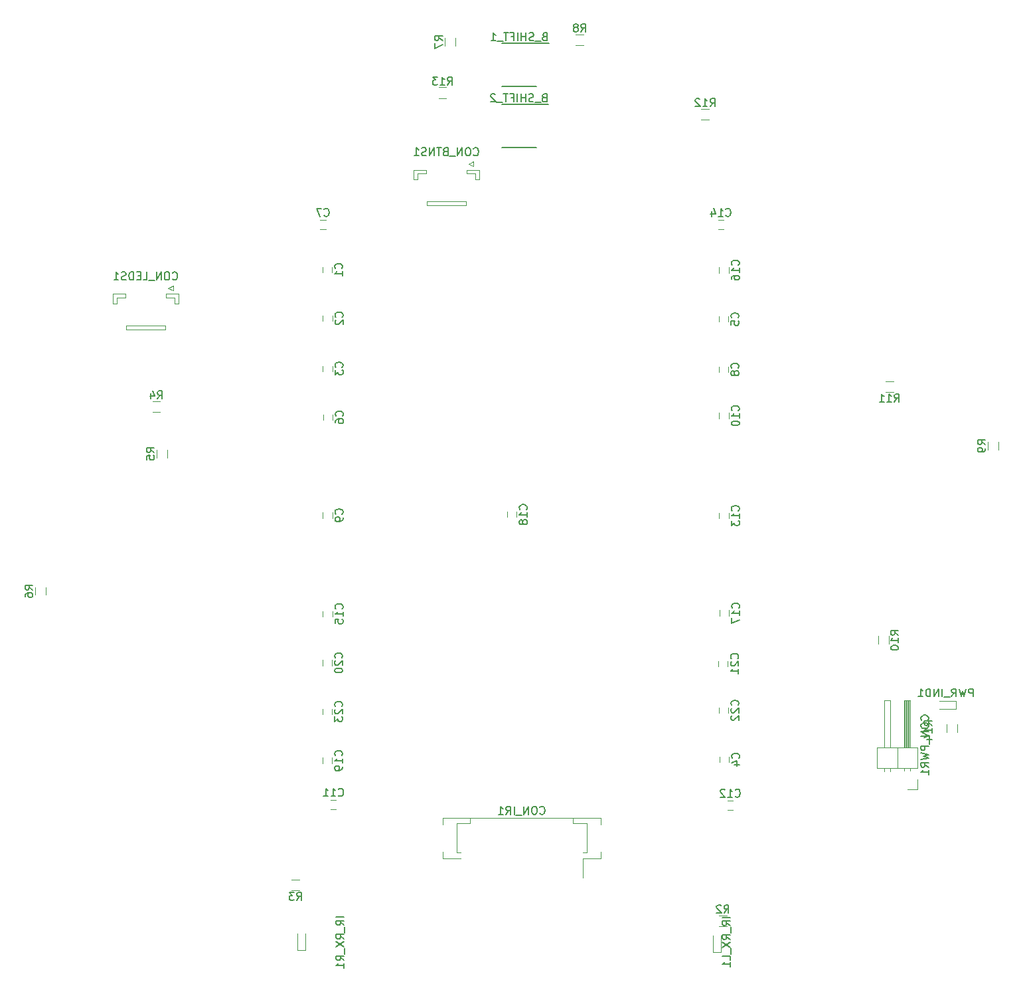
<source format=gbo>
G04 #@! TF.FileFunction,Legend,Bot*
%FSLAX46Y46*%
G04 Gerber Fmt 4.6, Leading zero omitted, Abs format (unit mm)*
G04 Created by KiCad (PCBNEW 4.0.6+dfsg1-1) date Tue Apr 17 11:31:54 2018*
%MOMM*%
%LPD*%
G01*
G04 APERTURE LIST*
%ADD10C,0.100000*%
%ADD11C,0.150000*%
%ADD12C,0.120000*%
G04 APERTURE END LIST*
D10*
D11*
X177500000Y-77700000D02*
X173100000Y-77700000D01*
X179075000Y-72175000D02*
X173100000Y-72175000D01*
X177450000Y-85475000D02*
X173050000Y-85475000D01*
X179025000Y-79950000D02*
X173050000Y-79950000D01*
D12*
X150200000Y-100700000D02*
X150200000Y-101400000D01*
X151400000Y-101400000D02*
X151400000Y-100700000D01*
X150250000Y-106900000D02*
X150250000Y-107600000D01*
X151450000Y-107600000D02*
X151450000Y-106900000D01*
X150250000Y-113300000D02*
X150250000Y-114000000D01*
X151450000Y-114000000D02*
X151450000Y-113300000D01*
X200850000Y-163100000D02*
X200850000Y-163800000D01*
X202050000Y-163800000D02*
X202050000Y-163100000D01*
X200750000Y-107000000D02*
X200750000Y-107700000D01*
X201950000Y-107700000D02*
X201950000Y-107000000D01*
X150300000Y-119500000D02*
X150300000Y-120200000D01*
X151500000Y-120200000D02*
X151500000Y-119500000D01*
X149900000Y-95900000D02*
X150600000Y-95900000D01*
X150600000Y-94700000D02*
X149900000Y-94700000D01*
X200750000Y-113400000D02*
X200750000Y-114100000D01*
X201950000Y-114100000D02*
X201950000Y-113400000D01*
X150250000Y-132000000D02*
X150250000Y-132700000D01*
X151450000Y-132700000D02*
X151450000Y-132000000D01*
X200800000Y-119300000D02*
X200800000Y-120000000D01*
X202000000Y-120000000D02*
X202000000Y-119300000D01*
X151250000Y-169800000D02*
X151950000Y-169800000D01*
X151950000Y-168600000D02*
X151250000Y-168600000D01*
X201850000Y-169900000D02*
X202550000Y-169900000D01*
X202550000Y-168700000D02*
X201850000Y-168700000D01*
X200800000Y-132050000D02*
X200800000Y-132750000D01*
X202000000Y-132750000D02*
X202000000Y-132050000D01*
X200650000Y-95900000D02*
X201350000Y-95900000D01*
X201350000Y-94700000D02*
X200650000Y-94700000D01*
X150250000Y-144550000D02*
X150250000Y-145250000D01*
X151450000Y-145250000D02*
X151450000Y-144550000D01*
X200800000Y-100750000D02*
X200800000Y-101450000D01*
X202000000Y-101450000D02*
X202000000Y-100750000D01*
X200850000Y-144450000D02*
X200850000Y-145150000D01*
X202050000Y-145150000D02*
X202050000Y-144450000D01*
X173750000Y-131900000D02*
X173750000Y-132600000D01*
X174950000Y-132600000D02*
X174950000Y-131900000D01*
X150200000Y-163250000D02*
X150200000Y-163950000D01*
X151400000Y-163950000D02*
X151400000Y-163250000D01*
X150200000Y-150800000D02*
X150200000Y-151500000D01*
X151400000Y-151500000D02*
X151400000Y-150800000D01*
X200700000Y-150900000D02*
X200700000Y-151600000D01*
X201900000Y-151600000D02*
X201900000Y-150900000D01*
X200750000Y-156850000D02*
X200750000Y-157550000D01*
X201950000Y-157550000D02*
X201950000Y-156850000D01*
X150200000Y-157000000D02*
X150200000Y-157700000D01*
X151400000Y-157700000D02*
X151400000Y-157000000D01*
X168500000Y-92875000D02*
X163500000Y-92875000D01*
X163500000Y-92875000D02*
X163500000Y-92375000D01*
X163500000Y-92375000D02*
X168500000Y-92375000D01*
X168500000Y-92375000D02*
X168500000Y-92875000D01*
X170200000Y-89525000D02*
X170200000Y-88325000D01*
X170200000Y-88325000D02*
X168550000Y-88325000D01*
X168550000Y-88325000D02*
X168550000Y-88825000D01*
X168550000Y-88825000D02*
X169700000Y-88825000D01*
X169700000Y-88825000D02*
X169700000Y-89525000D01*
X169700000Y-89525000D02*
X170200000Y-89525000D01*
X161800000Y-89525000D02*
X161800000Y-88325000D01*
X161800000Y-88325000D02*
X163450000Y-88325000D01*
X163450000Y-88325000D02*
X163450000Y-88825000D01*
X163450000Y-88825000D02*
X162300000Y-88825000D01*
X162300000Y-88825000D02*
X162300000Y-89525000D01*
X162300000Y-89525000D02*
X161800000Y-89525000D01*
X168875000Y-87575000D02*
X169475000Y-87275000D01*
X169475000Y-87275000D02*
X169475000Y-87875000D01*
X169475000Y-87875000D02*
X168875000Y-87575000D01*
X130150000Y-108700000D02*
X125150000Y-108700000D01*
X125150000Y-108700000D02*
X125150000Y-108200000D01*
X125150000Y-108200000D02*
X130150000Y-108200000D01*
X130150000Y-108200000D02*
X130150000Y-108700000D01*
X131850000Y-105350000D02*
X131850000Y-104150000D01*
X131850000Y-104150000D02*
X130200000Y-104150000D01*
X130200000Y-104150000D02*
X130200000Y-104650000D01*
X130200000Y-104650000D02*
X131350000Y-104650000D01*
X131350000Y-104650000D02*
X131350000Y-105350000D01*
X131350000Y-105350000D02*
X131850000Y-105350000D01*
X123450000Y-105350000D02*
X123450000Y-104150000D01*
X123450000Y-104150000D02*
X125100000Y-104150000D01*
X125100000Y-104150000D02*
X125100000Y-104650000D01*
X125100000Y-104650000D02*
X123950000Y-104650000D01*
X123950000Y-104650000D02*
X123950000Y-105350000D01*
X123950000Y-105350000D02*
X123450000Y-105350000D01*
X130525000Y-103400000D02*
X131125000Y-103100000D01*
X131125000Y-103100000D02*
X131125000Y-103700000D01*
X131125000Y-103700000D02*
X130525000Y-103400000D01*
X226120000Y-164560000D02*
X220920000Y-164560000D01*
X220920000Y-164560000D02*
X220920000Y-161900000D01*
X220920000Y-161900000D02*
X226120000Y-161900000D01*
X226120000Y-161900000D02*
X226120000Y-164560000D01*
X225170000Y-161900000D02*
X225170000Y-155900000D01*
X225170000Y-155900000D02*
X224410000Y-155900000D01*
X224410000Y-155900000D02*
X224410000Y-161900000D01*
X225110000Y-161900000D02*
X225110000Y-155900000D01*
X224990000Y-161900000D02*
X224990000Y-155900000D01*
X224870000Y-161900000D02*
X224870000Y-155900000D01*
X224750000Y-161900000D02*
X224750000Y-155900000D01*
X224630000Y-161900000D02*
X224630000Y-155900000D01*
X224510000Y-161900000D02*
X224510000Y-155900000D01*
X225170000Y-164890000D02*
X225170000Y-164560000D01*
X224410000Y-164890000D02*
X224410000Y-164560000D01*
X223520000Y-164560000D02*
X223520000Y-161900000D01*
X222630000Y-161900000D02*
X222630000Y-155900000D01*
X222630000Y-155900000D02*
X221870000Y-155900000D01*
X221870000Y-155900000D02*
X221870000Y-161900000D01*
X222630000Y-164957071D02*
X222630000Y-164560000D01*
X221870000Y-164957071D02*
X221870000Y-164560000D01*
X224790000Y-167270000D02*
X226060000Y-167270000D01*
X226060000Y-167270000D02*
X226060000Y-166000000D01*
X231000000Y-156000000D02*
X231000000Y-157000000D01*
X231000000Y-157000000D02*
X228900000Y-157000000D01*
X231000000Y-156000000D02*
X228900000Y-156000000D01*
X200750000Y-184680000D02*
X201750000Y-184680000D01*
X201750000Y-183320000D02*
X200750000Y-183320000D01*
X147250000Y-178820000D02*
X146250000Y-178820000D01*
X146250000Y-180180000D02*
X147250000Y-180180000D01*
X128500000Y-119180000D02*
X129500000Y-119180000D01*
X129500000Y-117820000D02*
X128500000Y-117820000D01*
X130430000Y-125000000D02*
X130430000Y-124000000D01*
X129070000Y-124000000D02*
X129070000Y-125000000D01*
X114930000Y-142500000D02*
X114930000Y-141500000D01*
X113570000Y-141500000D02*
X113570000Y-142500000D01*
X167180000Y-72500000D02*
X167180000Y-71500000D01*
X165820000Y-71500000D02*
X165820000Y-72500000D01*
X182500000Y-72430000D02*
X183500000Y-72430000D01*
X183500000Y-71070000D02*
X182500000Y-71070000D01*
X236430000Y-124000000D02*
X236430000Y-123000000D01*
X235070000Y-123000000D02*
X235070000Y-124000000D01*
X221070000Y-147750000D02*
X221070000Y-148750000D01*
X222430000Y-148750000D02*
X222430000Y-147750000D01*
X223000000Y-115320000D02*
X222000000Y-115320000D01*
X222000000Y-116680000D02*
X223000000Y-116680000D01*
X198500000Y-81930000D02*
X199500000Y-81930000D01*
X199500000Y-80570000D02*
X198500000Y-80570000D01*
X165000000Y-79180000D02*
X166000000Y-79180000D01*
X166000000Y-77820000D02*
X165000000Y-77820000D01*
X229820000Y-159000000D02*
X229820000Y-160000000D01*
X231180000Y-160000000D02*
X231180000Y-159000000D01*
X201000000Y-188000000D02*
X200000000Y-188000000D01*
X200000000Y-188000000D02*
X200000000Y-185900000D01*
X201000000Y-188000000D02*
X201000000Y-185900000D01*
X148000000Y-187750000D02*
X147000000Y-187750000D01*
X147000000Y-187750000D02*
X147000000Y-185650000D01*
X148000000Y-187750000D02*
X148000000Y-185650000D01*
X185675000Y-171725000D02*
X185675000Y-170900000D01*
X185675000Y-170900000D02*
X165525000Y-170900000D01*
X165525000Y-170900000D02*
X165525000Y-171725000D01*
X185675000Y-175275000D02*
X185675000Y-176100000D01*
X185675000Y-176100000D02*
X183375000Y-176100000D01*
X165525000Y-175275000D02*
X165525000Y-176100000D01*
X165525000Y-176100000D02*
X167825000Y-176100000D01*
X182175000Y-170900000D02*
X182175000Y-171600000D01*
X182175000Y-171600000D02*
X183875000Y-171600000D01*
X183875000Y-171600000D02*
X183875000Y-175300000D01*
X183875000Y-175300000D02*
X183375000Y-175300000D01*
X169025000Y-170900000D02*
X169025000Y-171600000D01*
X169025000Y-171600000D02*
X167325000Y-171600000D01*
X167325000Y-171600000D02*
X167325000Y-175300000D01*
X167325000Y-175300000D02*
X167825000Y-175300000D01*
X183375000Y-176100000D02*
X183375000Y-178500000D01*
D11*
X178514285Y-71353571D02*
X178371428Y-71401190D01*
X178323809Y-71448810D01*
X178276190Y-71544048D01*
X178276190Y-71686905D01*
X178323809Y-71782143D01*
X178371428Y-71829762D01*
X178466666Y-71877381D01*
X178847619Y-71877381D01*
X178847619Y-70877381D01*
X178514285Y-70877381D01*
X178419047Y-70925000D01*
X178371428Y-70972619D01*
X178323809Y-71067857D01*
X178323809Y-71163095D01*
X178371428Y-71258333D01*
X178419047Y-71305952D01*
X178514285Y-71353571D01*
X178847619Y-71353571D01*
X178085714Y-71972619D02*
X177323809Y-71972619D01*
X177133333Y-71829762D02*
X176990476Y-71877381D01*
X176752380Y-71877381D01*
X176657142Y-71829762D01*
X176609523Y-71782143D01*
X176561904Y-71686905D01*
X176561904Y-71591667D01*
X176609523Y-71496429D01*
X176657142Y-71448810D01*
X176752380Y-71401190D01*
X176942857Y-71353571D01*
X177038095Y-71305952D01*
X177085714Y-71258333D01*
X177133333Y-71163095D01*
X177133333Y-71067857D01*
X177085714Y-70972619D01*
X177038095Y-70925000D01*
X176942857Y-70877381D01*
X176704761Y-70877381D01*
X176561904Y-70925000D01*
X176133333Y-71877381D02*
X176133333Y-70877381D01*
X176133333Y-71353571D02*
X175561904Y-71353571D01*
X175561904Y-71877381D02*
X175561904Y-70877381D01*
X175085714Y-71877381D02*
X175085714Y-70877381D01*
X174276190Y-71353571D02*
X174609524Y-71353571D01*
X174609524Y-71877381D02*
X174609524Y-70877381D01*
X174133333Y-70877381D01*
X173895238Y-70877381D02*
X173323809Y-70877381D01*
X173609524Y-71877381D02*
X173609524Y-70877381D01*
X173228571Y-71972619D02*
X172466666Y-71972619D01*
X171704761Y-71877381D02*
X172276190Y-71877381D01*
X171990476Y-71877381D02*
X171990476Y-70877381D01*
X172085714Y-71020238D01*
X172180952Y-71115476D01*
X172276190Y-71163095D01*
X178464285Y-79128571D02*
X178321428Y-79176190D01*
X178273809Y-79223810D01*
X178226190Y-79319048D01*
X178226190Y-79461905D01*
X178273809Y-79557143D01*
X178321428Y-79604762D01*
X178416666Y-79652381D01*
X178797619Y-79652381D01*
X178797619Y-78652381D01*
X178464285Y-78652381D01*
X178369047Y-78700000D01*
X178321428Y-78747619D01*
X178273809Y-78842857D01*
X178273809Y-78938095D01*
X178321428Y-79033333D01*
X178369047Y-79080952D01*
X178464285Y-79128571D01*
X178797619Y-79128571D01*
X178035714Y-79747619D02*
X177273809Y-79747619D01*
X177083333Y-79604762D02*
X176940476Y-79652381D01*
X176702380Y-79652381D01*
X176607142Y-79604762D01*
X176559523Y-79557143D01*
X176511904Y-79461905D01*
X176511904Y-79366667D01*
X176559523Y-79271429D01*
X176607142Y-79223810D01*
X176702380Y-79176190D01*
X176892857Y-79128571D01*
X176988095Y-79080952D01*
X177035714Y-79033333D01*
X177083333Y-78938095D01*
X177083333Y-78842857D01*
X177035714Y-78747619D01*
X176988095Y-78700000D01*
X176892857Y-78652381D01*
X176654761Y-78652381D01*
X176511904Y-78700000D01*
X176083333Y-79652381D02*
X176083333Y-78652381D01*
X176083333Y-79128571D02*
X175511904Y-79128571D01*
X175511904Y-79652381D02*
X175511904Y-78652381D01*
X175035714Y-79652381D02*
X175035714Y-78652381D01*
X174226190Y-79128571D02*
X174559524Y-79128571D01*
X174559524Y-79652381D02*
X174559524Y-78652381D01*
X174083333Y-78652381D01*
X173845238Y-78652381D02*
X173273809Y-78652381D01*
X173559524Y-79652381D02*
X173559524Y-78652381D01*
X173178571Y-79747619D02*
X172416666Y-79747619D01*
X172226190Y-78747619D02*
X172178571Y-78700000D01*
X172083333Y-78652381D01*
X171845237Y-78652381D01*
X171749999Y-78700000D01*
X171702380Y-78747619D01*
X171654761Y-78842857D01*
X171654761Y-78938095D01*
X171702380Y-79080952D01*
X172273809Y-79652381D01*
X171654761Y-79652381D01*
X152657143Y-100883334D02*
X152704762Y-100835715D01*
X152752381Y-100692858D01*
X152752381Y-100597620D01*
X152704762Y-100454762D01*
X152609524Y-100359524D01*
X152514286Y-100311905D01*
X152323810Y-100264286D01*
X152180952Y-100264286D01*
X151990476Y-100311905D01*
X151895238Y-100359524D01*
X151800000Y-100454762D01*
X151752381Y-100597620D01*
X151752381Y-100692858D01*
X151800000Y-100835715D01*
X151847619Y-100883334D01*
X152752381Y-101835715D02*
X152752381Y-101264286D01*
X152752381Y-101550000D02*
X151752381Y-101550000D01*
X151895238Y-101454762D01*
X151990476Y-101359524D01*
X152038095Y-101264286D01*
X152707143Y-107083334D02*
X152754762Y-107035715D01*
X152802381Y-106892858D01*
X152802381Y-106797620D01*
X152754762Y-106654762D01*
X152659524Y-106559524D01*
X152564286Y-106511905D01*
X152373810Y-106464286D01*
X152230952Y-106464286D01*
X152040476Y-106511905D01*
X151945238Y-106559524D01*
X151850000Y-106654762D01*
X151802381Y-106797620D01*
X151802381Y-106892858D01*
X151850000Y-107035715D01*
X151897619Y-107083334D01*
X151897619Y-107464286D02*
X151850000Y-107511905D01*
X151802381Y-107607143D01*
X151802381Y-107845239D01*
X151850000Y-107940477D01*
X151897619Y-107988096D01*
X151992857Y-108035715D01*
X152088095Y-108035715D01*
X152230952Y-107988096D01*
X152802381Y-107416667D01*
X152802381Y-108035715D01*
X152707143Y-113483334D02*
X152754762Y-113435715D01*
X152802381Y-113292858D01*
X152802381Y-113197620D01*
X152754762Y-113054762D01*
X152659524Y-112959524D01*
X152564286Y-112911905D01*
X152373810Y-112864286D01*
X152230952Y-112864286D01*
X152040476Y-112911905D01*
X151945238Y-112959524D01*
X151850000Y-113054762D01*
X151802381Y-113197620D01*
X151802381Y-113292858D01*
X151850000Y-113435715D01*
X151897619Y-113483334D01*
X151802381Y-113816667D02*
X151802381Y-114435715D01*
X152183333Y-114102381D01*
X152183333Y-114245239D01*
X152230952Y-114340477D01*
X152278571Y-114388096D01*
X152373810Y-114435715D01*
X152611905Y-114435715D01*
X152707143Y-114388096D01*
X152754762Y-114340477D01*
X152802381Y-114245239D01*
X152802381Y-113959524D01*
X152754762Y-113864286D01*
X152707143Y-113816667D01*
X203307143Y-163283334D02*
X203354762Y-163235715D01*
X203402381Y-163092858D01*
X203402381Y-162997620D01*
X203354762Y-162854762D01*
X203259524Y-162759524D01*
X203164286Y-162711905D01*
X202973810Y-162664286D01*
X202830952Y-162664286D01*
X202640476Y-162711905D01*
X202545238Y-162759524D01*
X202450000Y-162854762D01*
X202402381Y-162997620D01*
X202402381Y-163092858D01*
X202450000Y-163235715D01*
X202497619Y-163283334D01*
X202735714Y-164140477D02*
X203402381Y-164140477D01*
X202354762Y-163902381D02*
X203069048Y-163664286D01*
X203069048Y-164283334D01*
X203207143Y-107183334D02*
X203254762Y-107135715D01*
X203302381Y-106992858D01*
X203302381Y-106897620D01*
X203254762Y-106754762D01*
X203159524Y-106659524D01*
X203064286Y-106611905D01*
X202873810Y-106564286D01*
X202730952Y-106564286D01*
X202540476Y-106611905D01*
X202445238Y-106659524D01*
X202350000Y-106754762D01*
X202302381Y-106897620D01*
X202302381Y-106992858D01*
X202350000Y-107135715D01*
X202397619Y-107183334D01*
X202302381Y-108088096D02*
X202302381Y-107611905D01*
X202778571Y-107564286D01*
X202730952Y-107611905D01*
X202683333Y-107707143D01*
X202683333Y-107945239D01*
X202730952Y-108040477D01*
X202778571Y-108088096D01*
X202873810Y-108135715D01*
X203111905Y-108135715D01*
X203207143Y-108088096D01*
X203254762Y-108040477D01*
X203302381Y-107945239D01*
X203302381Y-107707143D01*
X203254762Y-107611905D01*
X203207143Y-107564286D01*
X152757143Y-119683334D02*
X152804762Y-119635715D01*
X152852381Y-119492858D01*
X152852381Y-119397620D01*
X152804762Y-119254762D01*
X152709524Y-119159524D01*
X152614286Y-119111905D01*
X152423810Y-119064286D01*
X152280952Y-119064286D01*
X152090476Y-119111905D01*
X151995238Y-119159524D01*
X151900000Y-119254762D01*
X151852381Y-119397620D01*
X151852381Y-119492858D01*
X151900000Y-119635715D01*
X151947619Y-119683334D01*
X151852381Y-120540477D02*
X151852381Y-120350000D01*
X151900000Y-120254762D01*
X151947619Y-120207143D01*
X152090476Y-120111905D01*
X152280952Y-120064286D01*
X152661905Y-120064286D01*
X152757143Y-120111905D01*
X152804762Y-120159524D01*
X152852381Y-120254762D01*
X152852381Y-120445239D01*
X152804762Y-120540477D01*
X152757143Y-120588096D01*
X152661905Y-120635715D01*
X152423810Y-120635715D01*
X152328571Y-120588096D01*
X152280952Y-120540477D01*
X152233333Y-120445239D01*
X152233333Y-120254762D01*
X152280952Y-120159524D01*
X152328571Y-120111905D01*
X152423810Y-120064286D01*
X150416666Y-94157143D02*
X150464285Y-94204762D01*
X150607142Y-94252381D01*
X150702380Y-94252381D01*
X150845238Y-94204762D01*
X150940476Y-94109524D01*
X150988095Y-94014286D01*
X151035714Y-93823810D01*
X151035714Y-93680952D01*
X150988095Y-93490476D01*
X150940476Y-93395238D01*
X150845238Y-93300000D01*
X150702380Y-93252381D01*
X150607142Y-93252381D01*
X150464285Y-93300000D01*
X150416666Y-93347619D01*
X150083333Y-93252381D02*
X149416666Y-93252381D01*
X149845238Y-94252381D01*
X203207143Y-113583334D02*
X203254762Y-113535715D01*
X203302381Y-113392858D01*
X203302381Y-113297620D01*
X203254762Y-113154762D01*
X203159524Y-113059524D01*
X203064286Y-113011905D01*
X202873810Y-112964286D01*
X202730952Y-112964286D01*
X202540476Y-113011905D01*
X202445238Y-113059524D01*
X202350000Y-113154762D01*
X202302381Y-113297620D01*
X202302381Y-113392858D01*
X202350000Y-113535715D01*
X202397619Y-113583334D01*
X202730952Y-114154762D02*
X202683333Y-114059524D01*
X202635714Y-114011905D01*
X202540476Y-113964286D01*
X202492857Y-113964286D01*
X202397619Y-114011905D01*
X202350000Y-114059524D01*
X202302381Y-114154762D01*
X202302381Y-114345239D01*
X202350000Y-114440477D01*
X202397619Y-114488096D01*
X202492857Y-114535715D01*
X202540476Y-114535715D01*
X202635714Y-114488096D01*
X202683333Y-114440477D01*
X202730952Y-114345239D01*
X202730952Y-114154762D01*
X202778571Y-114059524D01*
X202826190Y-114011905D01*
X202921429Y-113964286D01*
X203111905Y-113964286D01*
X203207143Y-114011905D01*
X203254762Y-114059524D01*
X203302381Y-114154762D01*
X203302381Y-114345239D01*
X203254762Y-114440477D01*
X203207143Y-114488096D01*
X203111905Y-114535715D01*
X202921429Y-114535715D01*
X202826190Y-114488096D01*
X202778571Y-114440477D01*
X202730952Y-114345239D01*
X152707143Y-132183334D02*
X152754762Y-132135715D01*
X152802381Y-131992858D01*
X152802381Y-131897620D01*
X152754762Y-131754762D01*
X152659524Y-131659524D01*
X152564286Y-131611905D01*
X152373810Y-131564286D01*
X152230952Y-131564286D01*
X152040476Y-131611905D01*
X151945238Y-131659524D01*
X151850000Y-131754762D01*
X151802381Y-131897620D01*
X151802381Y-131992858D01*
X151850000Y-132135715D01*
X151897619Y-132183334D01*
X152802381Y-132659524D02*
X152802381Y-132850000D01*
X152754762Y-132945239D01*
X152707143Y-132992858D01*
X152564286Y-133088096D01*
X152373810Y-133135715D01*
X151992857Y-133135715D01*
X151897619Y-133088096D01*
X151850000Y-133040477D01*
X151802381Y-132945239D01*
X151802381Y-132754762D01*
X151850000Y-132659524D01*
X151897619Y-132611905D01*
X151992857Y-132564286D01*
X152230952Y-132564286D01*
X152326190Y-132611905D01*
X152373810Y-132659524D01*
X152421429Y-132754762D01*
X152421429Y-132945239D01*
X152373810Y-133040477D01*
X152326190Y-133088096D01*
X152230952Y-133135715D01*
X203257143Y-119007143D02*
X203304762Y-118959524D01*
X203352381Y-118816667D01*
X203352381Y-118721429D01*
X203304762Y-118578571D01*
X203209524Y-118483333D01*
X203114286Y-118435714D01*
X202923810Y-118388095D01*
X202780952Y-118388095D01*
X202590476Y-118435714D01*
X202495238Y-118483333D01*
X202400000Y-118578571D01*
X202352381Y-118721429D01*
X202352381Y-118816667D01*
X202400000Y-118959524D01*
X202447619Y-119007143D01*
X203352381Y-119959524D02*
X203352381Y-119388095D01*
X203352381Y-119673809D02*
X202352381Y-119673809D01*
X202495238Y-119578571D01*
X202590476Y-119483333D01*
X202638095Y-119388095D01*
X202352381Y-120578571D02*
X202352381Y-120673810D01*
X202400000Y-120769048D01*
X202447619Y-120816667D01*
X202542857Y-120864286D01*
X202733333Y-120911905D01*
X202971429Y-120911905D01*
X203161905Y-120864286D01*
X203257143Y-120816667D01*
X203304762Y-120769048D01*
X203352381Y-120673810D01*
X203352381Y-120578571D01*
X203304762Y-120483333D01*
X203257143Y-120435714D01*
X203161905Y-120388095D01*
X202971429Y-120340476D01*
X202733333Y-120340476D01*
X202542857Y-120388095D01*
X202447619Y-120435714D01*
X202400000Y-120483333D01*
X202352381Y-120578571D01*
X152242857Y-168057143D02*
X152290476Y-168104762D01*
X152433333Y-168152381D01*
X152528571Y-168152381D01*
X152671429Y-168104762D01*
X152766667Y-168009524D01*
X152814286Y-167914286D01*
X152861905Y-167723810D01*
X152861905Y-167580952D01*
X152814286Y-167390476D01*
X152766667Y-167295238D01*
X152671429Y-167200000D01*
X152528571Y-167152381D01*
X152433333Y-167152381D01*
X152290476Y-167200000D01*
X152242857Y-167247619D01*
X151290476Y-168152381D02*
X151861905Y-168152381D01*
X151576191Y-168152381D02*
X151576191Y-167152381D01*
X151671429Y-167295238D01*
X151766667Y-167390476D01*
X151861905Y-167438095D01*
X150338095Y-168152381D02*
X150909524Y-168152381D01*
X150623810Y-168152381D02*
X150623810Y-167152381D01*
X150719048Y-167295238D01*
X150814286Y-167390476D01*
X150909524Y-167438095D01*
X202842857Y-168157143D02*
X202890476Y-168204762D01*
X203033333Y-168252381D01*
X203128571Y-168252381D01*
X203271429Y-168204762D01*
X203366667Y-168109524D01*
X203414286Y-168014286D01*
X203461905Y-167823810D01*
X203461905Y-167680952D01*
X203414286Y-167490476D01*
X203366667Y-167395238D01*
X203271429Y-167300000D01*
X203128571Y-167252381D01*
X203033333Y-167252381D01*
X202890476Y-167300000D01*
X202842857Y-167347619D01*
X201890476Y-168252381D02*
X202461905Y-168252381D01*
X202176191Y-168252381D02*
X202176191Y-167252381D01*
X202271429Y-167395238D01*
X202366667Y-167490476D01*
X202461905Y-167538095D01*
X201509524Y-167347619D02*
X201461905Y-167300000D01*
X201366667Y-167252381D01*
X201128571Y-167252381D01*
X201033333Y-167300000D01*
X200985714Y-167347619D01*
X200938095Y-167442857D01*
X200938095Y-167538095D01*
X200985714Y-167680952D01*
X201557143Y-168252381D01*
X200938095Y-168252381D01*
X203257143Y-131757143D02*
X203304762Y-131709524D01*
X203352381Y-131566667D01*
X203352381Y-131471429D01*
X203304762Y-131328571D01*
X203209524Y-131233333D01*
X203114286Y-131185714D01*
X202923810Y-131138095D01*
X202780952Y-131138095D01*
X202590476Y-131185714D01*
X202495238Y-131233333D01*
X202400000Y-131328571D01*
X202352381Y-131471429D01*
X202352381Y-131566667D01*
X202400000Y-131709524D01*
X202447619Y-131757143D01*
X203352381Y-132709524D02*
X203352381Y-132138095D01*
X203352381Y-132423809D02*
X202352381Y-132423809D01*
X202495238Y-132328571D01*
X202590476Y-132233333D01*
X202638095Y-132138095D01*
X202352381Y-133042857D02*
X202352381Y-133661905D01*
X202733333Y-133328571D01*
X202733333Y-133471429D01*
X202780952Y-133566667D01*
X202828571Y-133614286D01*
X202923810Y-133661905D01*
X203161905Y-133661905D01*
X203257143Y-133614286D01*
X203304762Y-133566667D01*
X203352381Y-133471429D01*
X203352381Y-133185714D01*
X203304762Y-133090476D01*
X203257143Y-133042857D01*
X201642857Y-94157143D02*
X201690476Y-94204762D01*
X201833333Y-94252381D01*
X201928571Y-94252381D01*
X202071429Y-94204762D01*
X202166667Y-94109524D01*
X202214286Y-94014286D01*
X202261905Y-93823810D01*
X202261905Y-93680952D01*
X202214286Y-93490476D01*
X202166667Y-93395238D01*
X202071429Y-93300000D01*
X201928571Y-93252381D01*
X201833333Y-93252381D01*
X201690476Y-93300000D01*
X201642857Y-93347619D01*
X200690476Y-94252381D02*
X201261905Y-94252381D01*
X200976191Y-94252381D02*
X200976191Y-93252381D01*
X201071429Y-93395238D01*
X201166667Y-93490476D01*
X201261905Y-93538095D01*
X199833333Y-93585714D02*
X199833333Y-94252381D01*
X200071429Y-93204762D02*
X200309524Y-93919048D01*
X199690476Y-93919048D01*
X152707143Y-144257143D02*
X152754762Y-144209524D01*
X152802381Y-144066667D01*
X152802381Y-143971429D01*
X152754762Y-143828571D01*
X152659524Y-143733333D01*
X152564286Y-143685714D01*
X152373810Y-143638095D01*
X152230952Y-143638095D01*
X152040476Y-143685714D01*
X151945238Y-143733333D01*
X151850000Y-143828571D01*
X151802381Y-143971429D01*
X151802381Y-144066667D01*
X151850000Y-144209524D01*
X151897619Y-144257143D01*
X152802381Y-145209524D02*
X152802381Y-144638095D01*
X152802381Y-144923809D02*
X151802381Y-144923809D01*
X151945238Y-144828571D01*
X152040476Y-144733333D01*
X152088095Y-144638095D01*
X151802381Y-146114286D02*
X151802381Y-145638095D01*
X152278571Y-145590476D01*
X152230952Y-145638095D01*
X152183333Y-145733333D01*
X152183333Y-145971429D01*
X152230952Y-146066667D01*
X152278571Y-146114286D01*
X152373810Y-146161905D01*
X152611905Y-146161905D01*
X152707143Y-146114286D01*
X152754762Y-146066667D01*
X152802381Y-145971429D01*
X152802381Y-145733333D01*
X152754762Y-145638095D01*
X152707143Y-145590476D01*
X203257143Y-100457143D02*
X203304762Y-100409524D01*
X203352381Y-100266667D01*
X203352381Y-100171429D01*
X203304762Y-100028571D01*
X203209524Y-99933333D01*
X203114286Y-99885714D01*
X202923810Y-99838095D01*
X202780952Y-99838095D01*
X202590476Y-99885714D01*
X202495238Y-99933333D01*
X202400000Y-100028571D01*
X202352381Y-100171429D01*
X202352381Y-100266667D01*
X202400000Y-100409524D01*
X202447619Y-100457143D01*
X203352381Y-101409524D02*
X203352381Y-100838095D01*
X203352381Y-101123809D02*
X202352381Y-101123809D01*
X202495238Y-101028571D01*
X202590476Y-100933333D01*
X202638095Y-100838095D01*
X202352381Y-102266667D02*
X202352381Y-102076190D01*
X202400000Y-101980952D01*
X202447619Y-101933333D01*
X202590476Y-101838095D01*
X202780952Y-101790476D01*
X203161905Y-101790476D01*
X203257143Y-101838095D01*
X203304762Y-101885714D01*
X203352381Y-101980952D01*
X203352381Y-102171429D01*
X203304762Y-102266667D01*
X203257143Y-102314286D01*
X203161905Y-102361905D01*
X202923810Y-102361905D01*
X202828571Y-102314286D01*
X202780952Y-102266667D01*
X202733333Y-102171429D01*
X202733333Y-101980952D01*
X202780952Y-101885714D01*
X202828571Y-101838095D01*
X202923810Y-101790476D01*
X203307143Y-144157143D02*
X203354762Y-144109524D01*
X203402381Y-143966667D01*
X203402381Y-143871429D01*
X203354762Y-143728571D01*
X203259524Y-143633333D01*
X203164286Y-143585714D01*
X202973810Y-143538095D01*
X202830952Y-143538095D01*
X202640476Y-143585714D01*
X202545238Y-143633333D01*
X202450000Y-143728571D01*
X202402381Y-143871429D01*
X202402381Y-143966667D01*
X202450000Y-144109524D01*
X202497619Y-144157143D01*
X203402381Y-145109524D02*
X203402381Y-144538095D01*
X203402381Y-144823809D02*
X202402381Y-144823809D01*
X202545238Y-144728571D01*
X202640476Y-144633333D01*
X202688095Y-144538095D01*
X202402381Y-145442857D02*
X202402381Y-146109524D01*
X203402381Y-145680952D01*
X176207143Y-131607143D02*
X176254762Y-131559524D01*
X176302381Y-131416667D01*
X176302381Y-131321429D01*
X176254762Y-131178571D01*
X176159524Y-131083333D01*
X176064286Y-131035714D01*
X175873810Y-130988095D01*
X175730952Y-130988095D01*
X175540476Y-131035714D01*
X175445238Y-131083333D01*
X175350000Y-131178571D01*
X175302381Y-131321429D01*
X175302381Y-131416667D01*
X175350000Y-131559524D01*
X175397619Y-131607143D01*
X176302381Y-132559524D02*
X176302381Y-131988095D01*
X176302381Y-132273809D02*
X175302381Y-132273809D01*
X175445238Y-132178571D01*
X175540476Y-132083333D01*
X175588095Y-131988095D01*
X175730952Y-133130952D02*
X175683333Y-133035714D01*
X175635714Y-132988095D01*
X175540476Y-132940476D01*
X175492857Y-132940476D01*
X175397619Y-132988095D01*
X175350000Y-133035714D01*
X175302381Y-133130952D01*
X175302381Y-133321429D01*
X175350000Y-133416667D01*
X175397619Y-133464286D01*
X175492857Y-133511905D01*
X175540476Y-133511905D01*
X175635714Y-133464286D01*
X175683333Y-133416667D01*
X175730952Y-133321429D01*
X175730952Y-133130952D01*
X175778571Y-133035714D01*
X175826190Y-132988095D01*
X175921429Y-132940476D01*
X176111905Y-132940476D01*
X176207143Y-132988095D01*
X176254762Y-133035714D01*
X176302381Y-133130952D01*
X176302381Y-133321429D01*
X176254762Y-133416667D01*
X176207143Y-133464286D01*
X176111905Y-133511905D01*
X175921429Y-133511905D01*
X175826190Y-133464286D01*
X175778571Y-133416667D01*
X175730952Y-133321429D01*
X152657143Y-162957143D02*
X152704762Y-162909524D01*
X152752381Y-162766667D01*
X152752381Y-162671429D01*
X152704762Y-162528571D01*
X152609524Y-162433333D01*
X152514286Y-162385714D01*
X152323810Y-162338095D01*
X152180952Y-162338095D01*
X151990476Y-162385714D01*
X151895238Y-162433333D01*
X151800000Y-162528571D01*
X151752381Y-162671429D01*
X151752381Y-162766667D01*
X151800000Y-162909524D01*
X151847619Y-162957143D01*
X152752381Y-163909524D02*
X152752381Y-163338095D01*
X152752381Y-163623809D02*
X151752381Y-163623809D01*
X151895238Y-163528571D01*
X151990476Y-163433333D01*
X152038095Y-163338095D01*
X152752381Y-164385714D02*
X152752381Y-164576190D01*
X152704762Y-164671429D01*
X152657143Y-164719048D01*
X152514286Y-164814286D01*
X152323810Y-164861905D01*
X151942857Y-164861905D01*
X151847619Y-164814286D01*
X151800000Y-164766667D01*
X151752381Y-164671429D01*
X151752381Y-164480952D01*
X151800000Y-164385714D01*
X151847619Y-164338095D01*
X151942857Y-164290476D01*
X152180952Y-164290476D01*
X152276190Y-164338095D01*
X152323810Y-164385714D01*
X152371429Y-164480952D01*
X152371429Y-164671429D01*
X152323810Y-164766667D01*
X152276190Y-164814286D01*
X152180952Y-164861905D01*
X152657143Y-150507143D02*
X152704762Y-150459524D01*
X152752381Y-150316667D01*
X152752381Y-150221429D01*
X152704762Y-150078571D01*
X152609524Y-149983333D01*
X152514286Y-149935714D01*
X152323810Y-149888095D01*
X152180952Y-149888095D01*
X151990476Y-149935714D01*
X151895238Y-149983333D01*
X151800000Y-150078571D01*
X151752381Y-150221429D01*
X151752381Y-150316667D01*
X151800000Y-150459524D01*
X151847619Y-150507143D01*
X151847619Y-150888095D02*
X151800000Y-150935714D01*
X151752381Y-151030952D01*
X151752381Y-151269048D01*
X151800000Y-151364286D01*
X151847619Y-151411905D01*
X151942857Y-151459524D01*
X152038095Y-151459524D01*
X152180952Y-151411905D01*
X152752381Y-150840476D01*
X152752381Y-151459524D01*
X151752381Y-152078571D02*
X151752381Y-152173810D01*
X151800000Y-152269048D01*
X151847619Y-152316667D01*
X151942857Y-152364286D01*
X152133333Y-152411905D01*
X152371429Y-152411905D01*
X152561905Y-152364286D01*
X152657143Y-152316667D01*
X152704762Y-152269048D01*
X152752381Y-152173810D01*
X152752381Y-152078571D01*
X152704762Y-151983333D01*
X152657143Y-151935714D01*
X152561905Y-151888095D01*
X152371429Y-151840476D01*
X152133333Y-151840476D01*
X151942857Y-151888095D01*
X151847619Y-151935714D01*
X151800000Y-151983333D01*
X151752381Y-152078571D01*
X203157143Y-150607143D02*
X203204762Y-150559524D01*
X203252381Y-150416667D01*
X203252381Y-150321429D01*
X203204762Y-150178571D01*
X203109524Y-150083333D01*
X203014286Y-150035714D01*
X202823810Y-149988095D01*
X202680952Y-149988095D01*
X202490476Y-150035714D01*
X202395238Y-150083333D01*
X202300000Y-150178571D01*
X202252381Y-150321429D01*
X202252381Y-150416667D01*
X202300000Y-150559524D01*
X202347619Y-150607143D01*
X202347619Y-150988095D02*
X202300000Y-151035714D01*
X202252381Y-151130952D01*
X202252381Y-151369048D01*
X202300000Y-151464286D01*
X202347619Y-151511905D01*
X202442857Y-151559524D01*
X202538095Y-151559524D01*
X202680952Y-151511905D01*
X203252381Y-150940476D01*
X203252381Y-151559524D01*
X203252381Y-152511905D02*
X203252381Y-151940476D01*
X203252381Y-152226190D02*
X202252381Y-152226190D01*
X202395238Y-152130952D01*
X202490476Y-152035714D01*
X202538095Y-151940476D01*
X203207143Y-156557143D02*
X203254762Y-156509524D01*
X203302381Y-156366667D01*
X203302381Y-156271429D01*
X203254762Y-156128571D01*
X203159524Y-156033333D01*
X203064286Y-155985714D01*
X202873810Y-155938095D01*
X202730952Y-155938095D01*
X202540476Y-155985714D01*
X202445238Y-156033333D01*
X202350000Y-156128571D01*
X202302381Y-156271429D01*
X202302381Y-156366667D01*
X202350000Y-156509524D01*
X202397619Y-156557143D01*
X202397619Y-156938095D02*
X202350000Y-156985714D01*
X202302381Y-157080952D01*
X202302381Y-157319048D01*
X202350000Y-157414286D01*
X202397619Y-157461905D01*
X202492857Y-157509524D01*
X202588095Y-157509524D01*
X202730952Y-157461905D01*
X203302381Y-156890476D01*
X203302381Y-157509524D01*
X202397619Y-157890476D02*
X202350000Y-157938095D01*
X202302381Y-158033333D01*
X202302381Y-158271429D01*
X202350000Y-158366667D01*
X202397619Y-158414286D01*
X202492857Y-158461905D01*
X202588095Y-158461905D01*
X202730952Y-158414286D01*
X203302381Y-157842857D01*
X203302381Y-158461905D01*
X152657143Y-156707143D02*
X152704762Y-156659524D01*
X152752381Y-156516667D01*
X152752381Y-156421429D01*
X152704762Y-156278571D01*
X152609524Y-156183333D01*
X152514286Y-156135714D01*
X152323810Y-156088095D01*
X152180952Y-156088095D01*
X151990476Y-156135714D01*
X151895238Y-156183333D01*
X151800000Y-156278571D01*
X151752381Y-156421429D01*
X151752381Y-156516667D01*
X151800000Y-156659524D01*
X151847619Y-156707143D01*
X151847619Y-157088095D02*
X151800000Y-157135714D01*
X151752381Y-157230952D01*
X151752381Y-157469048D01*
X151800000Y-157564286D01*
X151847619Y-157611905D01*
X151942857Y-157659524D01*
X152038095Y-157659524D01*
X152180952Y-157611905D01*
X152752381Y-157040476D01*
X152752381Y-157659524D01*
X151752381Y-157992857D02*
X151752381Y-158611905D01*
X152133333Y-158278571D01*
X152133333Y-158421429D01*
X152180952Y-158516667D01*
X152228571Y-158564286D01*
X152323810Y-158611905D01*
X152561905Y-158611905D01*
X152657143Y-158564286D01*
X152704762Y-158516667D01*
X152752381Y-158421429D01*
X152752381Y-158135714D01*
X152704762Y-158040476D01*
X152657143Y-157992857D01*
X169476190Y-86432143D02*
X169523809Y-86479762D01*
X169666666Y-86527381D01*
X169761904Y-86527381D01*
X169904762Y-86479762D01*
X170000000Y-86384524D01*
X170047619Y-86289286D01*
X170095238Y-86098810D01*
X170095238Y-85955952D01*
X170047619Y-85765476D01*
X170000000Y-85670238D01*
X169904762Y-85575000D01*
X169761904Y-85527381D01*
X169666666Y-85527381D01*
X169523809Y-85575000D01*
X169476190Y-85622619D01*
X168857143Y-85527381D02*
X168666666Y-85527381D01*
X168571428Y-85575000D01*
X168476190Y-85670238D01*
X168428571Y-85860714D01*
X168428571Y-86194048D01*
X168476190Y-86384524D01*
X168571428Y-86479762D01*
X168666666Y-86527381D01*
X168857143Y-86527381D01*
X168952381Y-86479762D01*
X169047619Y-86384524D01*
X169095238Y-86194048D01*
X169095238Y-85860714D01*
X169047619Y-85670238D01*
X168952381Y-85575000D01*
X168857143Y-85527381D01*
X168000000Y-86527381D02*
X168000000Y-85527381D01*
X167428571Y-86527381D01*
X167428571Y-85527381D01*
X167190476Y-86622619D02*
X166428571Y-86622619D01*
X165857142Y-86003571D02*
X165714285Y-86051190D01*
X165666666Y-86098810D01*
X165619047Y-86194048D01*
X165619047Y-86336905D01*
X165666666Y-86432143D01*
X165714285Y-86479762D01*
X165809523Y-86527381D01*
X166190476Y-86527381D01*
X166190476Y-85527381D01*
X165857142Y-85527381D01*
X165761904Y-85575000D01*
X165714285Y-85622619D01*
X165666666Y-85717857D01*
X165666666Y-85813095D01*
X165714285Y-85908333D01*
X165761904Y-85955952D01*
X165857142Y-86003571D01*
X166190476Y-86003571D01*
X165333333Y-85527381D02*
X164761904Y-85527381D01*
X165047619Y-86527381D02*
X165047619Y-85527381D01*
X164428571Y-86527381D02*
X164428571Y-85527381D01*
X163857142Y-86527381D01*
X163857142Y-85527381D01*
X163428571Y-86479762D02*
X163285714Y-86527381D01*
X163047618Y-86527381D01*
X162952380Y-86479762D01*
X162904761Y-86432143D01*
X162857142Y-86336905D01*
X162857142Y-86241667D01*
X162904761Y-86146429D01*
X162952380Y-86098810D01*
X163047618Y-86051190D01*
X163238095Y-86003571D01*
X163333333Y-85955952D01*
X163380952Y-85908333D01*
X163428571Y-85813095D01*
X163428571Y-85717857D01*
X163380952Y-85622619D01*
X163333333Y-85575000D01*
X163238095Y-85527381D01*
X162999999Y-85527381D01*
X162857142Y-85575000D01*
X161904761Y-86527381D02*
X162476190Y-86527381D01*
X162190476Y-86527381D02*
X162190476Y-85527381D01*
X162285714Y-85670238D01*
X162380952Y-85765476D01*
X162476190Y-85813095D01*
X131078571Y-102257143D02*
X131126190Y-102304762D01*
X131269047Y-102352381D01*
X131364285Y-102352381D01*
X131507143Y-102304762D01*
X131602381Y-102209524D01*
X131650000Y-102114286D01*
X131697619Y-101923810D01*
X131697619Y-101780952D01*
X131650000Y-101590476D01*
X131602381Y-101495238D01*
X131507143Y-101400000D01*
X131364285Y-101352381D01*
X131269047Y-101352381D01*
X131126190Y-101400000D01*
X131078571Y-101447619D01*
X130459524Y-101352381D02*
X130269047Y-101352381D01*
X130173809Y-101400000D01*
X130078571Y-101495238D01*
X130030952Y-101685714D01*
X130030952Y-102019048D01*
X130078571Y-102209524D01*
X130173809Y-102304762D01*
X130269047Y-102352381D01*
X130459524Y-102352381D01*
X130554762Y-102304762D01*
X130650000Y-102209524D01*
X130697619Y-102019048D01*
X130697619Y-101685714D01*
X130650000Y-101495238D01*
X130554762Y-101400000D01*
X130459524Y-101352381D01*
X129602381Y-102352381D02*
X129602381Y-101352381D01*
X129030952Y-102352381D01*
X129030952Y-101352381D01*
X128792857Y-102447619D02*
X128030952Y-102447619D01*
X127316666Y-102352381D02*
X127792857Y-102352381D01*
X127792857Y-101352381D01*
X126983333Y-101828571D02*
X126649999Y-101828571D01*
X126507142Y-102352381D02*
X126983333Y-102352381D01*
X126983333Y-101352381D01*
X126507142Y-101352381D01*
X126078571Y-102352381D02*
X126078571Y-101352381D01*
X125840476Y-101352381D01*
X125697618Y-101400000D01*
X125602380Y-101495238D01*
X125554761Y-101590476D01*
X125507142Y-101780952D01*
X125507142Y-101923810D01*
X125554761Y-102114286D01*
X125602380Y-102209524D01*
X125697618Y-102304762D01*
X125840476Y-102352381D01*
X126078571Y-102352381D01*
X125126190Y-102304762D02*
X124983333Y-102352381D01*
X124745237Y-102352381D01*
X124649999Y-102304762D01*
X124602380Y-102257143D01*
X124554761Y-102161905D01*
X124554761Y-102066667D01*
X124602380Y-101971429D01*
X124649999Y-101923810D01*
X124745237Y-101876190D01*
X124935714Y-101828571D01*
X125030952Y-101780952D01*
X125078571Y-101733333D01*
X125126190Y-101638095D01*
X125126190Y-101542857D01*
X125078571Y-101447619D01*
X125030952Y-101400000D01*
X124935714Y-101352381D01*
X124697618Y-101352381D01*
X124554761Y-101400000D01*
X123602380Y-102352381D02*
X124173809Y-102352381D01*
X123888095Y-102352381D02*
X123888095Y-101352381D01*
X123983333Y-101495238D01*
X124078571Y-101590476D01*
X124173809Y-101638095D01*
X227417143Y-158448334D02*
X227464762Y-158400715D01*
X227512381Y-158257858D01*
X227512381Y-158162620D01*
X227464762Y-158019762D01*
X227369524Y-157924524D01*
X227274286Y-157876905D01*
X227083810Y-157829286D01*
X226940952Y-157829286D01*
X226750476Y-157876905D01*
X226655238Y-157924524D01*
X226560000Y-158019762D01*
X226512381Y-158162620D01*
X226512381Y-158257858D01*
X226560000Y-158400715D01*
X226607619Y-158448334D01*
X226512381Y-159067381D02*
X226512381Y-159257858D01*
X226560000Y-159353096D01*
X226655238Y-159448334D01*
X226845714Y-159495953D01*
X227179048Y-159495953D01*
X227369524Y-159448334D01*
X227464762Y-159353096D01*
X227512381Y-159257858D01*
X227512381Y-159067381D01*
X227464762Y-158972143D01*
X227369524Y-158876905D01*
X227179048Y-158829286D01*
X226845714Y-158829286D01*
X226655238Y-158876905D01*
X226560000Y-158972143D01*
X226512381Y-159067381D01*
X227512381Y-159924524D02*
X226512381Y-159924524D01*
X227512381Y-160495953D01*
X226512381Y-160495953D01*
X227607619Y-160734048D02*
X227607619Y-161495953D01*
X227512381Y-161734048D02*
X226512381Y-161734048D01*
X226512381Y-162115001D01*
X226560000Y-162210239D01*
X226607619Y-162257858D01*
X226702857Y-162305477D01*
X226845714Y-162305477D01*
X226940952Y-162257858D01*
X226988571Y-162210239D01*
X227036190Y-162115001D01*
X227036190Y-161734048D01*
X226512381Y-162638810D02*
X227512381Y-162876905D01*
X226798095Y-163067382D01*
X227512381Y-163257858D01*
X226512381Y-163495953D01*
X227512381Y-164448334D02*
X227036190Y-164115000D01*
X227512381Y-163876905D02*
X226512381Y-163876905D01*
X226512381Y-164257858D01*
X226560000Y-164353096D01*
X226607619Y-164400715D01*
X226702857Y-164448334D01*
X226845714Y-164448334D01*
X226940952Y-164400715D01*
X226988571Y-164353096D01*
X227036190Y-164257858D01*
X227036190Y-163876905D01*
X227512381Y-165400715D02*
X227512381Y-164829286D01*
X227512381Y-165115000D02*
X226512381Y-165115000D01*
X226655238Y-165019762D01*
X226750476Y-164924524D01*
X226798095Y-164829286D01*
X233152381Y-155452381D02*
X233152381Y-154452381D01*
X232771428Y-154452381D01*
X232676190Y-154500000D01*
X232628571Y-154547619D01*
X232580952Y-154642857D01*
X232580952Y-154785714D01*
X232628571Y-154880952D01*
X232676190Y-154928571D01*
X232771428Y-154976190D01*
X233152381Y-154976190D01*
X232247619Y-154452381D02*
X232009524Y-155452381D01*
X231819047Y-154738095D01*
X231628571Y-155452381D01*
X231390476Y-154452381D01*
X230438095Y-155452381D02*
X230771429Y-154976190D01*
X231009524Y-155452381D02*
X231009524Y-154452381D01*
X230628571Y-154452381D01*
X230533333Y-154500000D01*
X230485714Y-154547619D01*
X230438095Y-154642857D01*
X230438095Y-154785714D01*
X230485714Y-154880952D01*
X230533333Y-154928571D01*
X230628571Y-154976190D01*
X231009524Y-154976190D01*
X230247619Y-155547619D02*
X229485714Y-155547619D01*
X229247619Y-155452381D02*
X229247619Y-154452381D01*
X228771429Y-155452381D02*
X228771429Y-154452381D01*
X228200000Y-155452381D01*
X228200000Y-154452381D01*
X227723810Y-155452381D02*
X227723810Y-154452381D01*
X227485715Y-154452381D01*
X227342857Y-154500000D01*
X227247619Y-154595238D01*
X227200000Y-154690476D01*
X227152381Y-154880952D01*
X227152381Y-155023810D01*
X227200000Y-155214286D01*
X227247619Y-155309524D01*
X227342857Y-155404762D01*
X227485715Y-155452381D01*
X227723810Y-155452381D01*
X226200000Y-155452381D02*
X226771429Y-155452381D01*
X226485715Y-155452381D02*
X226485715Y-154452381D01*
X226580953Y-154595238D01*
X226676191Y-154690476D01*
X226771429Y-154738095D01*
X201416666Y-183002381D02*
X201750000Y-182526190D01*
X201988095Y-183002381D02*
X201988095Y-182002381D01*
X201607142Y-182002381D01*
X201511904Y-182050000D01*
X201464285Y-182097619D01*
X201416666Y-182192857D01*
X201416666Y-182335714D01*
X201464285Y-182430952D01*
X201511904Y-182478571D01*
X201607142Y-182526190D01*
X201988095Y-182526190D01*
X201035714Y-182097619D02*
X200988095Y-182050000D01*
X200892857Y-182002381D01*
X200654761Y-182002381D01*
X200559523Y-182050000D01*
X200511904Y-182097619D01*
X200464285Y-182192857D01*
X200464285Y-182288095D01*
X200511904Y-182430952D01*
X201083333Y-183002381D01*
X200464285Y-183002381D01*
X146916666Y-181402381D02*
X147250000Y-180926190D01*
X147488095Y-181402381D02*
X147488095Y-180402381D01*
X147107142Y-180402381D01*
X147011904Y-180450000D01*
X146964285Y-180497619D01*
X146916666Y-180592857D01*
X146916666Y-180735714D01*
X146964285Y-180830952D01*
X147011904Y-180878571D01*
X147107142Y-180926190D01*
X147488095Y-180926190D01*
X146583333Y-180402381D02*
X145964285Y-180402381D01*
X146297619Y-180783333D01*
X146154761Y-180783333D01*
X146059523Y-180830952D01*
X146011904Y-180878571D01*
X145964285Y-180973810D01*
X145964285Y-181211905D01*
X146011904Y-181307143D01*
X146059523Y-181354762D01*
X146154761Y-181402381D01*
X146440476Y-181402381D01*
X146535714Y-181354762D01*
X146583333Y-181307143D01*
X129166666Y-117502381D02*
X129500000Y-117026190D01*
X129738095Y-117502381D02*
X129738095Y-116502381D01*
X129357142Y-116502381D01*
X129261904Y-116550000D01*
X129214285Y-116597619D01*
X129166666Y-116692857D01*
X129166666Y-116835714D01*
X129214285Y-116930952D01*
X129261904Y-116978571D01*
X129357142Y-117026190D01*
X129738095Y-117026190D01*
X128309523Y-116835714D02*
X128309523Y-117502381D01*
X128547619Y-116454762D02*
X128785714Y-117169048D01*
X128166666Y-117169048D01*
X128752381Y-124333334D02*
X128276190Y-124000000D01*
X128752381Y-123761905D02*
X127752381Y-123761905D01*
X127752381Y-124142858D01*
X127800000Y-124238096D01*
X127847619Y-124285715D01*
X127942857Y-124333334D01*
X128085714Y-124333334D01*
X128180952Y-124285715D01*
X128228571Y-124238096D01*
X128276190Y-124142858D01*
X128276190Y-123761905D01*
X127752381Y-125238096D02*
X127752381Y-124761905D01*
X128228571Y-124714286D01*
X128180952Y-124761905D01*
X128133333Y-124857143D01*
X128133333Y-125095239D01*
X128180952Y-125190477D01*
X128228571Y-125238096D01*
X128323810Y-125285715D01*
X128561905Y-125285715D01*
X128657143Y-125238096D01*
X128704762Y-125190477D01*
X128752381Y-125095239D01*
X128752381Y-124857143D01*
X128704762Y-124761905D01*
X128657143Y-124714286D01*
X113252381Y-141833334D02*
X112776190Y-141500000D01*
X113252381Y-141261905D02*
X112252381Y-141261905D01*
X112252381Y-141642858D01*
X112300000Y-141738096D01*
X112347619Y-141785715D01*
X112442857Y-141833334D01*
X112585714Y-141833334D01*
X112680952Y-141785715D01*
X112728571Y-141738096D01*
X112776190Y-141642858D01*
X112776190Y-141261905D01*
X112252381Y-142690477D02*
X112252381Y-142500000D01*
X112300000Y-142404762D01*
X112347619Y-142357143D01*
X112490476Y-142261905D01*
X112680952Y-142214286D01*
X113061905Y-142214286D01*
X113157143Y-142261905D01*
X113204762Y-142309524D01*
X113252381Y-142404762D01*
X113252381Y-142595239D01*
X113204762Y-142690477D01*
X113157143Y-142738096D01*
X113061905Y-142785715D01*
X112823810Y-142785715D01*
X112728571Y-142738096D01*
X112680952Y-142690477D01*
X112633333Y-142595239D01*
X112633333Y-142404762D01*
X112680952Y-142309524D01*
X112728571Y-142261905D01*
X112823810Y-142214286D01*
X165502381Y-71833334D02*
X165026190Y-71500000D01*
X165502381Y-71261905D02*
X164502381Y-71261905D01*
X164502381Y-71642858D01*
X164550000Y-71738096D01*
X164597619Y-71785715D01*
X164692857Y-71833334D01*
X164835714Y-71833334D01*
X164930952Y-71785715D01*
X164978571Y-71738096D01*
X165026190Y-71642858D01*
X165026190Y-71261905D01*
X164502381Y-72166667D02*
X164502381Y-72833334D01*
X165502381Y-72404762D01*
X183166666Y-70752381D02*
X183500000Y-70276190D01*
X183738095Y-70752381D02*
X183738095Y-69752381D01*
X183357142Y-69752381D01*
X183261904Y-69800000D01*
X183214285Y-69847619D01*
X183166666Y-69942857D01*
X183166666Y-70085714D01*
X183214285Y-70180952D01*
X183261904Y-70228571D01*
X183357142Y-70276190D01*
X183738095Y-70276190D01*
X182595238Y-70180952D02*
X182690476Y-70133333D01*
X182738095Y-70085714D01*
X182785714Y-69990476D01*
X182785714Y-69942857D01*
X182738095Y-69847619D01*
X182690476Y-69800000D01*
X182595238Y-69752381D01*
X182404761Y-69752381D01*
X182309523Y-69800000D01*
X182261904Y-69847619D01*
X182214285Y-69942857D01*
X182214285Y-69990476D01*
X182261904Y-70085714D01*
X182309523Y-70133333D01*
X182404761Y-70180952D01*
X182595238Y-70180952D01*
X182690476Y-70228571D01*
X182738095Y-70276190D01*
X182785714Y-70371429D01*
X182785714Y-70561905D01*
X182738095Y-70657143D01*
X182690476Y-70704762D01*
X182595238Y-70752381D01*
X182404761Y-70752381D01*
X182309523Y-70704762D01*
X182261904Y-70657143D01*
X182214285Y-70561905D01*
X182214285Y-70371429D01*
X182261904Y-70276190D01*
X182309523Y-70228571D01*
X182404761Y-70180952D01*
X234752381Y-123333334D02*
X234276190Y-123000000D01*
X234752381Y-122761905D02*
X233752381Y-122761905D01*
X233752381Y-123142858D01*
X233800000Y-123238096D01*
X233847619Y-123285715D01*
X233942857Y-123333334D01*
X234085714Y-123333334D01*
X234180952Y-123285715D01*
X234228571Y-123238096D01*
X234276190Y-123142858D01*
X234276190Y-122761905D01*
X234752381Y-123809524D02*
X234752381Y-124000000D01*
X234704762Y-124095239D01*
X234657143Y-124142858D01*
X234514286Y-124238096D01*
X234323810Y-124285715D01*
X233942857Y-124285715D01*
X233847619Y-124238096D01*
X233800000Y-124190477D01*
X233752381Y-124095239D01*
X233752381Y-123904762D01*
X233800000Y-123809524D01*
X233847619Y-123761905D01*
X233942857Y-123714286D01*
X234180952Y-123714286D01*
X234276190Y-123761905D01*
X234323810Y-123809524D01*
X234371429Y-123904762D01*
X234371429Y-124095239D01*
X234323810Y-124190477D01*
X234276190Y-124238096D01*
X234180952Y-124285715D01*
X223652381Y-147607143D02*
X223176190Y-147273809D01*
X223652381Y-147035714D02*
X222652381Y-147035714D01*
X222652381Y-147416667D01*
X222700000Y-147511905D01*
X222747619Y-147559524D01*
X222842857Y-147607143D01*
X222985714Y-147607143D01*
X223080952Y-147559524D01*
X223128571Y-147511905D01*
X223176190Y-147416667D01*
X223176190Y-147035714D01*
X223652381Y-148559524D02*
X223652381Y-147988095D01*
X223652381Y-148273809D02*
X222652381Y-148273809D01*
X222795238Y-148178571D01*
X222890476Y-148083333D01*
X222938095Y-147988095D01*
X222652381Y-149178571D02*
X222652381Y-149273810D01*
X222700000Y-149369048D01*
X222747619Y-149416667D01*
X222842857Y-149464286D01*
X223033333Y-149511905D01*
X223271429Y-149511905D01*
X223461905Y-149464286D01*
X223557143Y-149416667D01*
X223604762Y-149369048D01*
X223652381Y-149273810D01*
X223652381Y-149178571D01*
X223604762Y-149083333D01*
X223557143Y-149035714D01*
X223461905Y-148988095D01*
X223271429Y-148940476D01*
X223033333Y-148940476D01*
X222842857Y-148988095D01*
X222747619Y-149035714D01*
X222700000Y-149083333D01*
X222652381Y-149178571D01*
X223142857Y-117902381D02*
X223476191Y-117426190D01*
X223714286Y-117902381D02*
X223714286Y-116902381D01*
X223333333Y-116902381D01*
X223238095Y-116950000D01*
X223190476Y-116997619D01*
X223142857Y-117092857D01*
X223142857Y-117235714D01*
X223190476Y-117330952D01*
X223238095Y-117378571D01*
X223333333Y-117426190D01*
X223714286Y-117426190D01*
X222190476Y-117902381D02*
X222761905Y-117902381D01*
X222476191Y-117902381D02*
X222476191Y-116902381D01*
X222571429Y-117045238D01*
X222666667Y-117140476D01*
X222761905Y-117188095D01*
X221238095Y-117902381D02*
X221809524Y-117902381D01*
X221523810Y-117902381D02*
X221523810Y-116902381D01*
X221619048Y-117045238D01*
X221714286Y-117140476D01*
X221809524Y-117188095D01*
X199642857Y-80252381D02*
X199976191Y-79776190D01*
X200214286Y-80252381D02*
X200214286Y-79252381D01*
X199833333Y-79252381D01*
X199738095Y-79300000D01*
X199690476Y-79347619D01*
X199642857Y-79442857D01*
X199642857Y-79585714D01*
X199690476Y-79680952D01*
X199738095Y-79728571D01*
X199833333Y-79776190D01*
X200214286Y-79776190D01*
X198690476Y-80252381D02*
X199261905Y-80252381D01*
X198976191Y-80252381D02*
X198976191Y-79252381D01*
X199071429Y-79395238D01*
X199166667Y-79490476D01*
X199261905Y-79538095D01*
X198309524Y-79347619D02*
X198261905Y-79300000D01*
X198166667Y-79252381D01*
X197928571Y-79252381D01*
X197833333Y-79300000D01*
X197785714Y-79347619D01*
X197738095Y-79442857D01*
X197738095Y-79538095D01*
X197785714Y-79680952D01*
X198357143Y-80252381D01*
X197738095Y-80252381D01*
X166142857Y-77502381D02*
X166476191Y-77026190D01*
X166714286Y-77502381D02*
X166714286Y-76502381D01*
X166333333Y-76502381D01*
X166238095Y-76550000D01*
X166190476Y-76597619D01*
X166142857Y-76692857D01*
X166142857Y-76835714D01*
X166190476Y-76930952D01*
X166238095Y-76978571D01*
X166333333Y-77026190D01*
X166714286Y-77026190D01*
X165190476Y-77502381D02*
X165761905Y-77502381D01*
X165476191Y-77502381D02*
X165476191Y-76502381D01*
X165571429Y-76645238D01*
X165666667Y-76740476D01*
X165761905Y-76788095D01*
X164857143Y-76502381D02*
X164238095Y-76502381D01*
X164571429Y-76883333D01*
X164428571Y-76883333D01*
X164333333Y-76930952D01*
X164285714Y-76978571D01*
X164238095Y-77073810D01*
X164238095Y-77311905D01*
X164285714Y-77407143D01*
X164333333Y-77454762D01*
X164428571Y-77502381D01*
X164714286Y-77502381D01*
X164809524Y-77454762D01*
X164857143Y-77407143D01*
X227952381Y-159107143D02*
X227476190Y-158773809D01*
X227952381Y-158535714D02*
X226952381Y-158535714D01*
X226952381Y-158916667D01*
X227000000Y-159011905D01*
X227047619Y-159059524D01*
X227142857Y-159107143D01*
X227285714Y-159107143D01*
X227380952Y-159059524D01*
X227428571Y-159011905D01*
X227476190Y-158916667D01*
X227476190Y-158535714D01*
X227952381Y-160059524D02*
X227952381Y-159488095D01*
X227952381Y-159773809D02*
X226952381Y-159773809D01*
X227095238Y-159678571D01*
X227190476Y-159583333D01*
X227238095Y-159488095D01*
X227285714Y-160916667D02*
X227952381Y-160916667D01*
X226904762Y-160678571D02*
X227619048Y-160440476D01*
X227619048Y-161059524D01*
X202202381Y-183580952D02*
X201202381Y-183580952D01*
X202202381Y-184628571D02*
X201726190Y-184295237D01*
X202202381Y-184057142D02*
X201202381Y-184057142D01*
X201202381Y-184438095D01*
X201250000Y-184533333D01*
X201297619Y-184580952D01*
X201392857Y-184628571D01*
X201535714Y-184628571D01*
X201630952Y-184580952D01*
X201678571Y-184533333D01*
X201726190Y-184438095D01*
X201726190Y-184057142D01*
X202297619Y-184819047D02*
X202297619Y-185580952D01*
X202202381Y-186390476D02*
X201726190Y-186057142D01*
X202202381Y-185819047D02*
X201202381Y-185819047D01*
X201202381Y-186200000D01*
X201250000Y-186295238D01*
X201297619Y-186342857D01*
X201392857Y-186390476D01*
X201535714Y-186390476D01*
X201630952Y-186342857D01*
X201678571Y-186295238D01*
X201726190Y-186200000D01*
X201726190Y-185819047D01*
X201202381Y-186723809D02*
X202202381Y-187390476D01*
X201202381Y-187390476D02*
X202202381Y-186723809D01*
X202297619Y-187533333D02*
X202297619Y-188295238D01*
X202202381Y-189009524D02*
X202202381Y-188533333D01*
X201202381Y-188533333D01*
X202202381Y-189866667D02*
X202202381Y-189295238D01*
X202202381Y-189580952D02*
X201202381Y-189580952D01*
X201345238Y-189485714D01*
X201440476Y-189390476D01*
X201488095Y-189295238D01*
X152952381Y-183535714D02*
X151952381Y-183535714D01*
X152952381Y-184583333D02*
X152476190Y-184249999D01*
X152952381Y-184011904D02*
X151952381Y-184011904D01*
X151952381Y-184392857D01*
X152000000Y-184488095D01*
X152047619Y-184535714D01*
X152142857Y-184583333D01*
X152285714Y-184583333D01*
X152380952Y-184535714D01*
X152428571Y-184488095D01*
X152476190Y-184392857D01*
X152476190Y-184011904D01*
X153047619Y-184773809D02*
X153047619Y-185535714D01*
X152952381Y-186345238D02*
X152476190Y-186011904D01*
X152952381Y-185773809D02*
X151952381Y-185773809D01*
X151952381Y-186154762D01*
X152000000Y-186250000D01*
X152047619Y-186297619D01*
X152142857Y-186345238D01*
X152285714Y-186345238D01*
X152380952Y-186297619D01*
X152428571Y-186250000D01*
X152476190Y-186154762D01*
X152476190Y-185773809D01*
X151952381Y-186678571D02*
X152952381Y-187345238D01*
X151952381Y-187345238D02*
X152952381Y-186678571D01*
X153047619Y-187488095D02*
X153047619Y-188250000D01*
X152952381Y-189059524D02*
X152476190Y-188726190D01*
X152952381Y-188488095D02*
X151952381Y-188488095D01*
X151952381Y-188869048D01*
X152000000Y-188964286D01*
X152047619Y-189011905D01*
X152142857Y-189059524D01*
X152285714Y-189059524D01*
X152380952Y-189011905D01*
X152428571Y-188964286D01*
X152476190Y-188869048D01*
X152476190Y-188488095D01*
X152952381Y-190011905D02*
X152952381Y-189440476D01*
X152952381Y-189726190D02*
X151952381Y-189726190D01*
X152095238Y-189630952D01*
X152190476Y-189535714D01*
X152238095Y-189440476D01*
X177933333Y-170357143D02*
X177980952Y-170404762D01*
X178123809Y-170452381D01*
X178219047Y-170452381D01*
X178361905Y-170404762D01*
X178457143Y-170309524D01*
X178504762Y-170214286D01*
X178552381Y-170023810D01*
X178552381Y-169880952D01*
X178504762Y-169690476D01*
X178457143Y-169595238D01*
X178361905Y-169500000D01*
X178219047Y-169452381D01*
X178123809Y-169452381D01*
X177980952Y-169500000D01*
X177933333Y-169547619D01*
X177314286Y-169452381D02*
X177123809Y-169452381D01*
X177028571Y-169500000D01*
X176933333Y-169595238D01*
X176885714Y-169785714D01*
X176885714Y-170119048D01*
X176933333Y-170309524D01*
X177028571Y-170404762D01*
X177123809Y-170452381D01*
X177314286Y-170452381D01*
X177409524Y-170404762D01*
X177504762Y-170309524D01*
X177552381Y-170119048D01*
X177552381Y-169785714D01*
X177504762Y-169595238D01*
X177409524Y-169500000D01*
X177314286Y-169452381D01*
X176457143Y-170452381D02*
X176457143Y-169452381D01*
X175885714Y-170452381D01*
X175885714Y-169452381D01*
X175647619Y-170547619D02*
X174885714Y-170547619D01*
X174647619Y-170452381D02*
X174647619Y-169452381D01*
X173600000Y-170452381D02*
X173933334Y-169976190D01*
X174171429Y-170452381D02*
X174171429Y-169452381D01*
X173790476Y-169452381D01*
X173695238Y-169500000D01*
X173647619Y-169547619D01*
X173600000Y-169642857D01*
X173600000Y-169785714D01*
X173647619Y-169880952D01*
X173695238Y-169928571D01*
X173790476Y-169976190D01*
X174171429Y-169976190D01*
X172647619Y-170452381D02*
X173219048Y-170452381D01*
X172933334Y-170452381D02*
X172933334Y-169452381D01*
X173028572Y-169595238D01*
X173123810Y-169690476D01*
X173219048Y-169738095D01*
M02*

</source>
